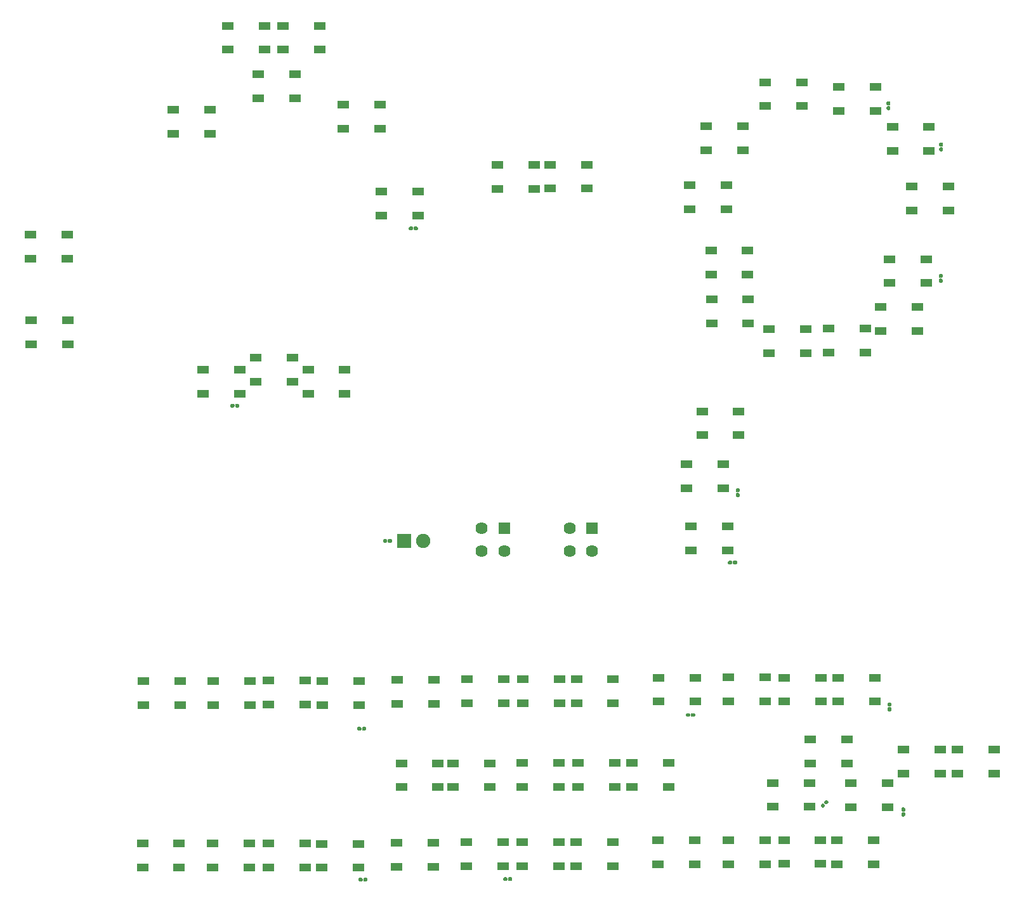
<source format=gbr>
%TF.GenerationSoftware,KiCad,Pcbnew,(5.1.6)-1*%
%TF.CreationDate,2020-11-25T11:15:34+11:00*%
%TF.ProjectId,KY58 Panel PCB V1,4b593538-2050-4616-9e65-6c2050434220,rev?*%
%TF.SameCoordinates,Original*%
%TF.FileFunction,Soldermask,Top*%
%TF.FilePolarity,Negative*%
%FSLAX46Y46*%
G04 Gerber Fmt 4.6, Leading zero omitted, Abs format (unit mm)*
G04 Created by KiCad (PCBNEW (5.1.6)-1) date 2020-11-25 11:15:34*
%MOMM*%
%LPD*%
G01*
G04 APERTURE LIST*
%ADD10R,1.600000X1.100000*%
%ADD11C,1.900000*%
%ADD12R,1.900000X1.900000*%
%ADD13C,1.620000*%
%ADD14R,1.620000X1.620000*%
G04 APERTURE END LIST*
%TO.C,C14*%
G36*
G01*
X110581000Y-85082900D02*
X110581000Y-84832900D01*
G75*
G02*
X110706000Y-84707900I125000J0D01*
G01*
X111016000Y-84707900D01*
G75*
G02*
X111141000Y-84832900I0J-125000D01*
G01*
X111141000Y-85082900D01*
G75*
G02*
X111016000Y-85207900I-125000J0D01*
G01*
X110706000Y-85207900D01*
G75*
G02*
X110581000Y-85082900I0J125000D01*
G01*
G37*
G36*
G01*
X109941000Y-85082900D02*
X109941000Y-84832900D01*
G75*
G02*
X110066000Y-84707900I125000J0D01*
G01*
X110376000Y-84707900D01*
G75*
G02*
X110501000Y-84832900I0J-125000D01*
G01*
X110501000Y-85082900D01*
G75*
G02*
X110376000Y-85207900I-125000J0D01*
G01*
X110066000Y-85207900D01*
G75*
G02*
X109941000Y-85082900I0J125000D01*
G01*
G37*
%TD*%
%TO.C,C15*%
G36*
G01*
X134403000Y-61412700D02*
X134403000Y-61162700D01*
G75*
G02*
X134528000Y-61037700I125000J0D01*
G01*
X134838000Y-61037700D01*
G75*
G02*
X134963000Y-61162700I0J-125000D01*
G01*
X134963000Y-61412700D01*
G75*
G02*
X134838000Y-61537700I-125000J0D01*
G01*
X134528000Y-61537700D01*
G75*
G02*
X134403000Y-61412700I0J125000D01*
G01*
G37*
G36*
G01*
X133763000Y-61412700D02*
X133763000Y-61162700D01*
G75*
G02*
X133888000Y-61037700I125000J0D01*
G01*
X134198000Y-61037700D01*
G75*
G02*
X134323000Y-61162700I0J-125000D01*
G01*
X134323000Y-61412700D01*
G75*
G02*
X134198000Y-61537700I-125000J0D01*
G01*
X133888000Y-61537700D01*
G75*
G02*
X133763000Y-61412700I0J125000D01*
G01*
G37*
%TD*%
%TO.C,C13*%
G36*
G01*
X197652000Y-44926900D02*
X197902000Y-44926900D01*
G75*
G02*
X198027000Y-45051900I0J-125000D01*
G01*
X198027000Y-45361900D01*
G75*
G02*
X197902000Y-45486900I-125000J0D01*
G01*
X197652000Y-45486900D01*
G75*
G02*
X197527000Y-45361900I0J125000D01*
G01*
X197527000Y-45051900D01*
G75*
G02*
X197652000Y-44926900I125000J0D01*
G01*
G37*
G36*
G01*
X197652000Y-44286900D02*
X197902000Y-44286900D01*
G75*
G02*
X198027000Y-44411900I0J-125000D01*
G01*
X198027000Y-44721900D01*
G75*
G02*
X197902000Y-44846900I-125000J0D01*
G01*
X197652000Y-44846900D01*
G75*
G02*
X197527000Y-44721900I0J125000D01*
G01*
X197527000Y-44411900D01*
G75*
G02*
X197652000Y-44286900I125000J0D01*
G01*
G37*
%TD*%
%TO.C,C12*%
G36*
G01*
X204675000Y-50433600D02*
X204925000Y-50433600D01*
G75*
G02*
X205050000Y-50558600I0J-125000D01*
G01*
X205050000Y-50868600D01*
G75*
G02*
X204925000Y-50993600I-125000J0D01*
G01*
X204675000Y-50993600D01*
G75*
G02*
X204550000Y-50868600I0J125000D01*
G01*
X204550000Y-50558600D01*
G75*
G02*
X204675000Y-50433600I125000J0D01*
G01*
G37*
G36*
G01*
X204675000Y-49793600D02*
X204925000Y-49793600D01*
G75*
G02*
X205050000Y-49918600I0J-125000D01*
G01*
X205050000Y-50228600D01*
G75*
G02*
X204925000Y-50353600I-125000J0D01*
G01*
X204675000Y-50353600D01*
G75*
G02*
X204550000Y-50228600I0J125000D01*
G01*
X204550000Y-49918600D01*
G75*
G02*
X204675000Y-49793600I125000J0D01*
G01*
G37*
%TD*%
%TO.C,C11*%
G36*
G01*
X204627000Y-67985000D02*
X204877000Y-67985000D01*
G75*
G02*
X205002000Y-68110000I0J-125000D01*
G01*
X205002000Y-68420000D01*
G75*
G02*
X204877000Y-68545000I-125000J0D01*
G01*
X204627000Y-68545000D01*
G75*
G02*
X204502000Y-68420000I0J125000D01*
G01*
X204502000Y-68110000D01*
G75*
G02*
X204627000Y-67985000I125000J0D01*
G01*
G37*
G36*
G01*
X204627000Y-67345000D02*
X204877000Y-67345000D01*
G75*
G02*
X205002000Y-67470000I0J-125000D01*
G01*
X205002000Y-67780000D01*
G75*
G02*
X204877000Y-67905000I-125000J0D01*
G01*
X204627000Y-67905000D01*
G75*
G02*
X204502000Y-67780000I0J125000D01*
G01*
X204502000Y-67470000D01*
G75*
G02*
X204627000Y-67345000I125000J0D01*
G01*
G37*
%TD*%
%TO.C,C10*%
G36*
G01*
X177785000Y-96515500D02*
X177535000Y-96515500D01*
G75*
G02*
X177410000Y-96390500I0J125000D01*
G01*
X177410000Y-96080500D01*
G75*
G02*
X177535000Y-95955500I125000J0D01*
G01*
X177785000Y-95955500D01*
G75*
G02*
X177910000Y-96080500I0J-125000D01*
G01*
X177910000Y-96390500D01*
G75*
G02*
X177785000Y-96515500I-125000J0D01*
G01*
G37*
G36*
G01*
X177785000Y-97155500D02*
X177535000Y-97155500D01*
G75*
G02*
X177410000Y-97030500I0J125000D01*
G01*
X177410000Y-96720500D01*
G75*
G02*
X177535000Y-96595500I125000J0D01*
G01*
X177785000Y-96595500D01*
G75*
G02*
X177910000Y-96720500I0J-125000D01*
G01*
X177910000Y-97030500D01*
G75*
G02*
X177785000Y-97155500I-125000J0D01*
G01*
G37*
%TD*%
%TO.C,C9*%
G36*
G01*
X177562000Y-105765000D02*
X177562000Y-106015000D01*
G75*
G02*
X177437000Y-106140000I-125000J0D01*
G01*
X177127000Y-106140000D01*
G75*
G02*
X177002000Y-106015000I0J125000D01*
G01*
X177002000Y-105765000D01*
G75*
G02*
X177127000Y-105640000I125000J0D01*
G01*
X177437000Y-105640000D01*
G75*
G02*
X177562000Y-105765000I0J-125000D01*
G01*
G37*
G36*
G01*
X176922000Y-105765000D02*
X176922000Y-106015000D01*
G75*
G02*
X176797000Y-106140000I-125000J0D01*
G01*
X176487000Y-106140000D01*
G75*
G02*
X176362000Y-106015000I0J125000D01*
G01*
X176362000Y-105765000D01*
G75*
G02*
X176487000Y-105640000I125000J0D01*
G01*
X176797000Y-105640000D01*
G75*
G02*
X176922000Y-105765000I0J-125000D01*
G01*
G37*
%TD*%
%TO.C,C8*%
G36*
G01*
X127432000Y-127967000D02*
X127432000Y-128217000D01*
G75*
G02*
X127307000Y-128342000I-125000J0D01*
G01*
X126997000Y-128342000D01*
G75*
G02*
X126872000Y-128217000I0J125000D01*
G01*
X126872000Y-127967000D01*
G75*
G02*
X126997000Y-127842000I125000J0D01*
G01*
X127307000Y-127842000D01*
G75*
G02*
X127432000Y-127967000I0J-125000D01*
G01*
G37*
G36*
G01*
X128072000Y-127967000D02*
X128072000Y-128217000D01*
G75*
G02*
X127947000Y-128342000I-125000J0D01*
G01*
X127637000Y-128342000D01*
G75*
G02*
X127512000Y-128217000I0J125000D01*
G01*
X127512000Y-127967000D01*
G75*
G02*
X127637000Y-127842000I125000J0D01*
G01*
X127947000Y-127842000D01*
G75*
G02*
X128072000Y-127967000I0J-125000D01*
G01*
G37*
%TD*%
%TO.C,C7*%
G36*
G01*
X171404000Y-126363000D02*
X171404000Y-126113000D01*
G75*
G02*
X171529000Y-125988000I125000J0D01*
G01*
X171839000Y-125988000D01*
G75*
G02*
X171964000Y-126113000I0J-125000D01*
G01*
X171964000Y-126363000D01*
G75*
G02*
X171839000Y-126488000I-125000J0D01*
G01*
X171529000Y-126488000D01*
G75*
G02*
X171404000Y-126363000I0J125000D01*
G01*
G37*
G36*
G01*
X170764000Y-126363000D02*
X170764000Y-126113000D01*
G75*
G02*
X170889000Y-125988000I125000J0D01*
G01*
X171199000Y-125988000D01*
G75*
G02*
X171324000Y-126113000I0J-125000D01*
G01*
X171324000Y-126363000D01*
G75*
G02*
X171199000Y-126488000I-125000J0D01*
G01*
X170889000Y-126488000D01*
G75*
G02*
X170764000Y-126363000I0J125000D01*
G01*
G37*
%TD*%
%TO.C,C6*%
G36*
G01*
X189131328Y-138042896D02*
X189308104Y-138219673D01*
G75*
G02*
X189308104Y-138396449I-88388J-88388D01*
G01*
X189088901Y-138615652D01*
G75*
G02*
X188912125Y-138615652I-88388J88388D01*
G01*
X188735348Y-138438875D01*
G75*
G02*
X188735348Y-138262099I88388J88388D01*
G01*
X188954551Y-138042896D01*
G75*
G02*
X189131327Y-138042896I88388J-88388D01*
G01*
G37*
G36*
G01*
X189583876Y-137590348D02*
X189760652Y-137767125D01*
G75*
G02*
X189760652Y-137943901I-88388J-88388D01*
G01*
X189541449Y-138163104D01*
G75*
G02*
X189364673Y-138163104I-88388J88388D01*
G01*
X189187896Y-137986327D01*
G75*
G02*
X189187896Y-137809551I88388J88388D01*
G01*
X189407099Y-137590348D01*
G75*
G02*
X189583875Y-137590348I88388J-88388D01*
G01*
G37*
%TD*%
%TO.C,C5*%
G36*
G01*
X198042000Y-125121000D02*
X197792000Y-125121000D01*
G75*
G02*
X197667000Y-124996000I0J125000D01*
G01*
X197667000Y-124686000D01*
G75*
G02*
X197792000Y-124561000I125000J0D01*
G01*
X198042000Y-124561000D01*
G75*
G02*
X198167000Y-124686000I0J-125000D01*
G01*
X198167000Y-124996000D01*
G75*
G02*
X198042000Y-125121000I-125000J0D01*
G01*
G37*
G36*
G01*
X198042000Y-125761000D02*
X197792000Y-125761000D01*
G75*
G02*
X197667000Y-125636000I0J125000D01*
G01*
X197667000Y-125326000D01*
G75*
G02*
X197792000Y-125201000I125000J0D01*
G01*
X198042000Y-125201000D01*
G75*
G02*
X198167000Y-125326000I0J-125000D01*
G01*
X198167000Y-125636000D01*
G75*
G02*
X198042000Y-125761000I-125000J0D01*
G01*
G37*
%TD*%
%TO.C,C4*%
G36*
G01*
X199881000Y-139152000D02*
X199631000Y-139152000D01*
G75*
G02*
X199506000Y-139027000I0J125000D01*
G01*
X199506000Y-138717000D01*
G75*
G02*
X199631000Y-138592000I125000J0D01*
G01*
X199881000Y-138592000D01*
G75*
G02*
X200006000Y-138717000I0J-125000D01*
G01*
X200006000Y-139027000D01*
G75*
G02*
X199881000Y-139152000I-125000J0D01*
G01*
G37*
G36*
G01*
X199881000Y-139792000D02*
X199631000Y-139792000D01*
G75*
G02*
X199506000Y-139667000I0J125000D01*
G01*
X199506000Y-139357000D01*
G75*
G02*
X199631000Y-139232000I125000J0D01*
G01*
X199881000Y-139232000D01*
G75*
G02*
X200006000Y-139357000I0J-125000D01*
G01*
X200006000Y-139667000D01*
G75*
G02*
X199881000Y-139792000I-125000J0D01*
G01*
G37*
%TD*%
%TO.C,C3*%
G36*
G01*
X146919000Y-148038000D02*
X146919000Y-148288000D01*
G75*
G02*
X146794000Y-148413000I-125000J0D01*
G01*
X146484000Y-148413000D01*
G75*
G02*
X146359000Y-148288000I0J125000D01*
G01*
X146359000Y-148038000D01*
G75*
G02*
X146484000Y-147913000I125000J0D01*
G01*
X146794000Y-147913000D01*
G75*
G02*
X146919000Y-148038000I0J-125000D01*
G01*
G37*
G36*
G01*
X147559000Y-148038000D02*
X147559000Y-148288000D01*
G75*
G02*
X147434000Y-148413000I-125000J0D01*
G01*
X147124000Y-148413000D01*
G75*
G02*
X146999000Y-148288000I0J125000D01*
G01*
X146999000Y-148038000D01*
G75*
G02*
X147124000Y-147913000I125000J0D01*
G01*
X147434000Y-147913000D01*
G75*
G02*
X147559000Y-148038000I0J-125000D01*
G01*
G37*
%TD*%
%TO.C,C2*%
G36*
G01*
X127600000Y-148099000D02*
X127600000Y-148349000D01*
G75*
G02*
X127475000Y-148474000I-125000J0D01*
G01*
X127165000Y-148474000D01*
G75*
G02*
X127040000Y-148349000I0J125000D01*
G01*
X127040000Y-148099000D01*
G75*
G02*
X127165000Y-147974000I125000J0D01*
G01*
X127475000Y-147974000D01*
G75*
G02*
X127600000Y-148099000I0J-125000D01*
G01*
G37*
G36*
G01*
X128240000Y-148099000D02*
X128240000Y-148349000D01*
G75*
G02*
X128115000Y-148474000I-125000J0D01*
G01*
X127805000Y-148474000D01*
G75*
G02*
X127680000Y-148349000I0J125000D01*
G01*
X127680000Y-148099000D01*
G75*
G02*
X127805000Y-147974000I125000J0D01*
G01*
X128115000Y-147974000D01*
G75*
G02*
X128240000Y-148099000I0J-125000D01*
G01*
G37*
%TD*%
D10*
%TO.C,D63*%
X83362800Y-73558400D03*
X83362800Y-76758400D03*
X88262800Y-73558400D03*
X88262800Y-76758400D03*
%TD*%
D11*
%TO.C,D1*%
X135687000Y-102997000D03*
D12*
X133147000Y-102997000D03*
%TD*%
%TO.C,R1*%
G36*
G01*
X130872000Y-102872000D02*
X130872000Y-103122000D01*
G75*
G02*
X130747000Y-103247000I-125000J0D01*
G01*
X130437000Y-103247000D01*
G75*
G02*
X130312000Y-103122000I0J125000D01*
G01*
X130312000Y-102872000D01*
G75*
G02*
X130437000Y-102747000I125000J0D01*
G01*
X130747000Y-102747000D01*
G75*
G02*
X130872000Y-102872000I0J-125000D01*
G01*
G37*
G36*
G01*
X131512000Y-102872000D02*
X131512000Y-103122000D01*
G75*
G02*
X131387000Y-103247000I-125000J0D01*
G01*
X131077000Y-103247000D01*
G75*
G02*
X130952000Y-103122000I0J125000D01*
G01*
X130952000Y-102872000D01*
G75*
G02*
X131077000Y-102747000I125000J0D01*
G01*
X131387000Y-102747000D01*
G75*
G02*
X131512000Y-102872000I0J-125000D01*
G01*
G37*
%TD*%
D13*
%TO.C,J2*%
X155242001Y-104342999D03*
X158242000Y-104342999D03*
X155242001Y-101343000D03*
D14*
X158242000Y-101343000D03*
%TD*%
D13*
%TO.C,J1*%
X143482001Y-104342999D03*
X146482000Y-104342999D03*
X143482001Y-101343000D03*
D14*
X146482000Y-101343000D03*
%TD*%
D10*
%TO.C,D62*%
X190895000Y-143002000D03*
X190895000Y-146202000D03*
X195795000Y-143002000D03*
X195795000Y-146202000D03*
%TD*%
%TO.C,D61*%
X183820000Y-142926000D03*
X183820000Y-146126000D03*
X188720000Y-142926000D03*
X188720000Y-146126000D03*
%TD*%
%TO.C,D60*%
X176378000Y-142977000D03*
X176378000Y-146177000D03*
X181278000Y-142977000D03*
X181278000Y-146177000D03*
%TD*%
%TO.C,D59*%
X167030000Y-143002000D03*
X167030000Y-146202000D03*
X171930000Y-143002000D03*
X171930000Y-146202000D03*
%TD*%
%TO.C,D58*%
X156060000Y-143256000D03*
X156060000Y-146456000D03*
X160960000Y-143256000D03*
X160960000Y-146456000D03*
%TD*%
%TO.C,D57*%
X148872000Y-143231000D03*
X148872000Y-146431000D03*
X153772000Y-143231000D03*
X153772000Y-146431000D03*
%TD*%
%TO.C,D56*%
X141453000Y-143256000D03*
X141453000Y-146456000D03*
X146353000Y-143256000D03*
X146353000Y-146456000D03*
%TD*%
%TO.C,D55*%
X132131000Y-143281000D03*
X132131000Y-146481000D03*
X137031000Y-143281000D03*
X137031000Y-146481000D03*
%TD*%
%TO.C,D54*%
X122149000Y-143434000D03*
X122149000Y-146634000D03*
X127049000Y-143434000D03*
X127049000Y-146634000D03*
%TD*%
%TO.C,D53*%
X115011000Y-143408000D03*
X115011000Y-146608000D03*
X119911000Y-143408000D03*
X119911000Y-146608000D03*
%TD*%
%TO.C,D52*%
X107544000Y-143383000D03*
X107544000Y-146583000D03*
X112444000Y-143383000D03*
X112444000Y-146583000D03*
%TD*%
%TO.C,D51*%
X98224000Y-143409000D03*
X98224000Y-146609000D03*
X103124000Y-143409000D03*
X103124000Y-146609000D03*
%TD*%
%TO.C,D50*%
X206959000Y-130835000D03*
X206959000Y-134035000D03*
X211859000Y-130835000D03*
X211859000Y-134035000D03*
%TD*%
%TO.C,D49*%
X199773000Y-130861000D03*
X199773000Y-134061000D03*
X204673000Y-130861000D03*
X204673000Y-134061000D03*
%TD*%
%TO.C,D48*%
X192724000Y-135331000D03*
X192724000Y-138531000D03*
X197624000Y-135331000D03*
X197624000Y-138531000D03*
%TD*%
%TO.C,D47*%
X187339000Y-129489000D03*
X187339000Y-132689000D03*
X192239000Y-129489000D03*
X192239000Y-132689000D03*
%TD*%
%TO.C,D46*%
X182335000Y-135306000D03*
X182335000Y-138506000D03*
X187235000Y-135306000D03*
X187235000Y-138506000D03*
%TD*%
%TO.C,D45*%
X163525000Y-132639000D03*
X163525000Y-135839000D03*
X168425000Y-132639000D03*
X168425000Y-135839000D03*
%TD*%
%TO.C,D44*%
X156351000Y-132614000D03*
X156351000Y-135814000D03*
X161251000Y-132614000D03*
X161251000Y-135814000D03*
%TD*%
%TO.C,D43*%
X148909000Y-132639000D03*
X148909000Y-135839000D03*
X153809000Y-132639000D03*
X153809000Y-135839000D03*
%TD*%
%TO.C,D42*%
X139688000Y-132690000D03*
X139688000Y-135890000D03*
X144588000Y-132690000D03*
X144588000Y-135890000D03*
%TD*%
%TO.C,D41*%
X132766000Y-132690000D03*
X132766000Y-135890000D03*
X137666000Y-132690000D03*
X137666000Y-135890000D03*
%TD*%
%TO.C,D40*%
X191047000Y-121260000D03*
X191047000Y-124460000D03*
X195947000Y-121260000D03*
X195947000Y-124460000D03*
%TD*%
%TO.C,D39*%
X183859000Y-121260000D03*
X183859000Y-124460000D03*
X188759000Y-121260000D03*
X188759000Y-124460000D03*
%TD*%
%TO.C,D38*%
X176442000Y-121234000D03*
X176442000Y-124434000D03*
X181342000Y-121234000D03*
X181342000Y-124434000D03*
%TD*%
%TO.C,D37*%
X167081000Y-121260000D03*
X167081000Y-124460000D03*
X171981000Y-121260000D03*
X171981000Y-124460000D03*
%TD*%
%TO.C,D36*%
X156134000Y-121488000D03*
X156134000Y-124688000D03*
X161034000Y-121488000D03*
X161034000Y-124688000D03*
%TD*%
%TO.C,D35*%
X148959000Y-121488000D03*
X148959000Y-124688000D03*
X153859000Y-121488000D03*
X153859000Y-124688000D03*
%TD*%
%TO.C,D34*%
X141492000Y-121488000D03*
X141492000Y-124688000D03*
X146392000Y-121488000D03*
X146392000Y-124688000D03*
%TD*%
%TO.C,D33*%
X132184000Y-121564000D03*
X132184000Y-124764000D03*
X137084000Y-121564000D03*
X137084000Y-124764000D03*
%TD*%
%TO.C,D32*%
X122227000Y-121717000D03*
X122227000Y-124917000D03*
X127127000Y-121717000D03*
X127127000Y-124917000D03*
%TD*%
%TO.C,D31*%
X115039000Y-121641000D03*
X115039000Y-124841000D03*
X119939000Y-121641000D03*
X119939000Y-124841000D03*
%TD*%
%TO.C,D30*%
X107634000Y-121692000D03*
X107634000Y-124892000D03*
X112534000Y-121692000D03*
X112534000Y-124892000D03*
%TD*%
%TO.C,D29*%
X98337000Y-121692000D03*
X98337000Y-124892000D03*
X103237000Y-121692000D03*
X103237000Y-124892000D03*
%TD*%
%TO.C,D28*%
X171401000Y-101067000D03*
X171401000Y-104267000D03*
X176301000Y-101067000D03*
X176301000Y-104267000D03*
%TD*%
%TO.C,D27*%
X170843000Y-92735400D03*
X170843000Y-95935400D03*
X175743000Y-92735400D03*
X175743000Y-95935400D03*
%TD*%
%TO.C,D26*%
X172900000Y-85699600D03*
X172900000Y-88899600D03*
X177800000Y-85699600D03*
X177800000Y-88899600D03*
%TD*%
%TO.C,D25*%
X120322000Y-80137000D03*
X120322000Y-83337000D03*
X125222000Y-80137000D03*
X125222000Y-83337000D03*
%TD*%
%TO.C,D24*%
X113298000Y-78511600D03*
X113298000Y-81711600D03*
X118198000Y-78511600D03*
X118198000Y-81711600D03*
%TD*%
%TO.C,D23*%
X106274000Y-80162400D03*
X106274000Y-83362400D03*
X111174000Y-80162400D03*
X111174000Y-83362400D03*
%TD*%
%TO.C,D22*%
X173459000Y-47625000D03*
X173459000Y-50825000D03*
X178359000Y-47625000D03*
X178359000Y-50825000D03*
%TD*%
%TO.C,D21*%
X171274000Y-55524400D03*
X171274000Y-58724400D03*
X176174000Y-55524400D03*
X176174000Y-58724400D03*
%TD*%
%TO.C,D20*%
X174080000Y-64211400D03*
X174080000Y-67411400D03*
X178980000Y-64211400D03*
X178980000Y-67411400D03*
%TD*%
%TO.C,D19*%
X174170000Y-70764400D03*
X174170000Y-73964400D03*
X179070000Y-70764400D03*
X179070000Y-73964400D03*
%TD*%
%TO.C,D18*%
X181864000Y-74752200D03*
X181864000Y-77952200D03*
X186764000Y-74752200D03*
X186764000Y-77952200D03*
%TD*%
%TO.C,D17*%
X189766000Y-74676000D03*
X189766000Y-77876000D03*
X194666000Y-74676000D03*
X194666000Y-77876000D03*
%TD*%
%TO.C,D16*%
X196751000Y-71755400D03*
X196751000Y-74955400D03*
X201651000Y-71755400D03*
X201651000Y-74955400D03*
%TD*%
%TO.C,D15*%
X197905000Y-65379800D03*
X197905000Y-68579800D03*
X202805000Y-65379800D03*
X202805000Y-68579800D03*
%TD*%
%TO.C,D14*%
X200852000Y-55651600D03*
X200852000Y-58851600D03*
X205752000Y-55651600D03*
X205752000Y-58851600D03*
%TD*%
%TO.C,D13*%
X198300000Y-47752000D03*
X198300000Y-50952000D03*
X203200000Y-47752000D03*
X203200000Y-50952000D03*
%TD*%
%TO.C,D12*%
X191137000Y-42367200D03*
X191137000Y-45567200D03*
X196037000Y-42367200D03*
X196037000Y-45567200D03*
%TD*%
%TO.C,D11*%
X181319000Y-41757800D03*
X181319000Y-44957800D03*
X186219000Y-41757800D03*
X186219000Y-44957800D03*
%TD*%
%TO.C,D10*%
X152642000Y-52756000D03*
X152642000Y-55956000D03*
X157542000Y-52756000D03*
X157542000Y-55956000D03*
%TD*%
%TO.C,D9*%
X145595000Y-52781400D03*
X145595000Y-55981400D03*
X150495000Y-52781400D03*
X150495000Y-55981400D03*
%TD*%
%TO.C,D8*%
X130101000Y-56337200D03*
X130101000Y-59537200D03*
X135001000Y-56337200D03*
X135001000Y-59537200D03*
%TD*%
%TO.C,D7*%
X125021000Y-44754800D03*
X125021000Y-47954800D03*
X129921000Y-44754800D03*
X129921000Y-47954800D03*
%TD*%
%TO.C,D6*%
X113665000Y-40690800D03*
X113665000Y-43890800D03*
X118565000Y-40690800D03*
X118565000Y-43890800D03*
%TD*%
%TO.C,D5*%
X116942000Y-34213800D03*
X116942000Y-37413800D03*
X121842000Y-34213800D03*
X121842000Y-37413800D03*
%TD*%
%TO.C,D4*%
X109578000Y-34213800D03*
X109578000Y-37413800D03*
X114478000Y-34213800D03*
X114478000Y-37413800D03*
%TD*%
%TO.C,D3*%
X102339000Y-45466000D03*
X102339000Y-48666000D03*
X107239000Y-45466000D03*
X107239000Y-48666000D03*
%TD*%
%TO.C,D2*%
X83263400Y-62103000D03*
X83263400Y-65303000D03*
X88163400Y-62103000D03*
X88163400Y-65303000D03*
%TD*%
M02*

</source>
